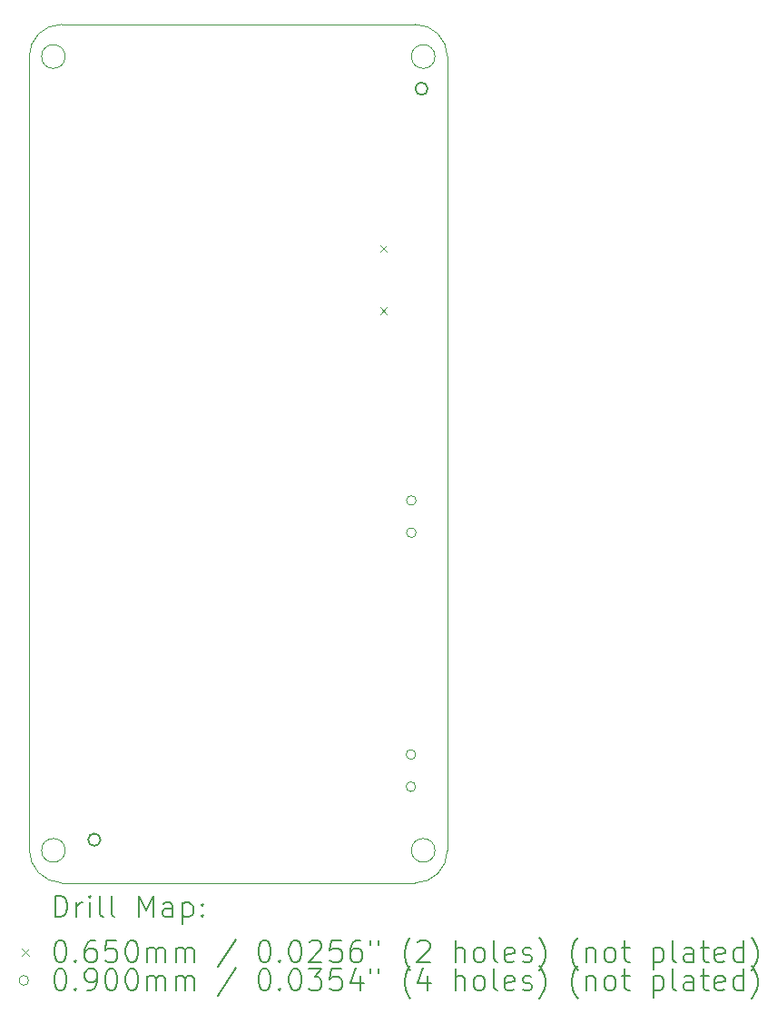
<source format=gbr>
%TF.GenerationSoftware,KiCad,Pcbnew,7.0.2-0*%
%TF.CreationDate,2023-12-01T11:24:23-06:00*%
%TF.ProjectId,Flight Computer,466c6967-6874-4204-936f-6d7075746572,1.1*%
%TF.SameCoordinates,Original*%
%TF.FileFunction,Drillmap*%
%TF.FilePolarity,Positive*%
%FSLAX45Y45*%
G04 Gerber Fmt 4.5, Leading zero omitted, Abs format (unit mm)*
G04 Created by KiCad (PCBNEW 7.0.2-0) date 2023-12-01 11:24:23*
%MOMM*%
%LPD*%
G01*
G04 APERTURE LIST*
%ADD10C,0.100000*%
%ADD11C,0.150000*%
%ADD12C,0.200000*%
%ADD13C,0.065000*%
%ADD14C,0.090000*%
G04 APERTURE END LIST*
D10*
X12300000Y-2153250D02*
G75*
G03*
X12000000Y-1853250I-300000J0D01*
G01*
X8735000Y-2153250D02*
G75*
G03*
X8735000Y-2153250I-110000J0D01*
G01*
X8700000Y-1853250D02*
G75*
G03*
X8400000Y-2153250I0J-300000D01*
G01*
D11*
X12116600Y-2453000D02*
G75*
G03*
X12116600Y-2453000I-57600J0D01*
G01*
D10*
X12000000Y-1853250D02*
X8700000Y-1853250D01*
X8735000Y-9550000D02*
G75*
G03*
X8735000Y-9550000I-110000J0D01*
G01*
X12185000Y-2153250D02*
G75*
G03*
X12185000Y-2153250I-110000J0D01*
G01*
X12000000Y-9853250D02*
G75*
G03*
X12300000Y-9553250I0J300000D01*
G01*
X8399765Y-9541118D02*
G75*
G03*
X8700000Y-9853250I312366J-2D01*
G01*
X12185000Y-9550000D02*
G75*
G03*
X12185000Y-9550000I-110000J0D01*
G01*
X8700000Y-9853250D02*
X12000000Y-9853250D01*
D11*
X9064600Y-9451000D02*
G75*
G03*
X9064600Y-9451000I-57600J0D01*
G01*
D10*
X12300000Y-9553250D02*
X12300000Y-2153250D01*
X8400000Y-2153250D02*
X8400000Y-9541118D01*
D12*
D13*
X11672500Y-3910500D02*
X11737500Y-3975500D01*
X11737500Y-3910500D02*
X11672500Y-3975500D01*
X11672500Y-4488500D02*
X11737500Y-4553500D01*
X11737500Y-4488500D02*
X11672500Y-4553500D01*
D14*
X12005000Y-8657000D02*
G75*
G03*
X12005000Y-8657000I-45000J0D01*
G01*
X12005000Y-8957000D02*
G75*
G03*
X12005000Y-8957000I-45000J0D01*
G01*
X12009000Y-6290000D02*
G75*
G03*
X12009000Y-6290000I-45000J0D01*
G01*
X12009000Y-6590000D02*
G75*
G03*
X12009000Y-6590000I-45000J0D01*
G01*
D12*
X8642383Y-10170774D02*
X8642383Y-9970774D01*
X8642383Y-9970774D02*
X8690002Y-9970774D01*
X8690002Y-9970774D02*
X8718574Y-9980298D01*
X8718574Y-9980298D02*
X8737622Y-9999345D01*
X8737622Y-9999345D02*
X8747145Y-10018393D01*
X8747145Y-10018393D02*
X8756669Y-10056488D01*
X8756669Y-10056488D02*
X8756669Y-10085060D01*
X8756669Y-10085060D02*
X8747145Y-10123155D01*
X8747145Y-10123155D02*
X8737622Y-10142202D01*
X8737622Y-10142202D02*
X8718574Y-10161250D01*
X8718574Y-10161250D02*
X8690002Y-10170774D01*
X8690002Y-10170774D02*
X8642383Y-10170774D01*
X8842383Y-10170774D02*
X8842383Y-10037440D01*
X8842383Y-10075536D02*
X8851907Y-10056488D01*
X8851907Y-10056488D02*
X8861431Y-10046964D01*
X8861431Y-10046964D02*
X8880479Y-10037440D01*
X8880479Y-10037440D02*
X8899526Y-10037440D01*
X8966193Y-10170774D02*
X8966193Y-10037440D01*
X8966193Y-9970774D02*
X8956669Y-9980298D01*
X8956669Y-9980298D02*
X8966193Y-9989821D01*
X8966193Y-9989821D02*
X8975717Y-9980298D01*
X8975717Y-9980298D02*
X8966193Y-9970774D01*
X8966193Y-9970774D02*
X8966193Y-9989821D01*
X9090002Y-10170774D02*
X9070955Y-10161250D01*
X9070955Y-10161250D02*
X9061431Y-10142202D01*
X9061431Y-10142202D02*
X9061431Y-9970774D01*
X9194764Y-10170774D02*
X9175717Y-10161250D01*
X9175717Y-10161250D02*
X9166193Y-10142202D01*
X9166193Y-10142202D02*
X9166193Y-9970774D01*
X9423336Y-10170774D02*
X9423336Y-9970774D01*
X9423336Y-9970774D02*
X9490003Y-10113631D01*
X9490003Y-10113631D02*
X9556669Y-9970774D01*
X9556669Y-9970774D02*
X9556669Y-10170774D01*
X9737622Y-10170774D02*
X9737622Y-10066012D01*
X9737622Y-10066012D02*
X9728098Y-10046964D01*
X9728098Y-10046964D02*
X9709050Y-10037440D01*
X9709050Y-10037440D02*
X9670955Y-10037440D01*
X9670955Y-10037440D02*
X9651907Y-10046964D01*
X9737622Y-10161250D02*
X9718574Y-10170774D01*
X9718574Y-10170774D02*
X9670955Y-10170774D01*
X9670955Y-10170774D02*
X9651907Y-10161250D01*
X9651907Y-10161250D02*
X9642383Y-10142202D01*
X9642383Y-10142202D02*
X9642383Y-10123155D01*
X9642383Y-10123155D02*
X9651907Y-10104107D01*
X9651907Y-10104107D02*
X9670955Y-10094583D01*
X9670955Y-10094583D02*
X9718574Y-10094583D01*
X9718574Y-10094583D02*
X9737622Y-10085060D01*
X9832860Y-10037440D02*
X9832860Y-10237440D01*
X9832860Y-10046964D02*
X9851907Y-10037440D01*
X9851907Y-10037440D02*
X9890003Y-10037440D01*
X9890003Y-10037440D02*
X9909050Y-10046964D01*
X9909050Y-10046964D02*
X9918574Y-10056488D01*
X9918574Y-10056488D02*
X9928098Y-10075536D01*
X9928098Y-10075536D02*
X9928098Y-10132679D01*
X9928098Y-10132679D02*
X9918574Y-10151726D01*
X9918574Y-10151726D02*
X9909050Y-10161250D01*
X9909050Y-10161250D02*
X9890003Y-10170774D01*
X9890003Y-10170774D02*
X9851907Y-10170774D01*
X9851907Y-10170774D02*
X9832860Y-10161250D01*
X10013812Y-10151726D02*
X10023336Y-10161250D01*
X10023336Y-10161250D02*
X10013812Y-10170774D01*
X10013812Y-10170774D02*
X10004288Y-10161250D01*
X10004288Y-10161250D02*
X10013812Y-10151726D01*
X10013812Y-10151726D02*
X10013812Y-10170774D01*
X10013812Y-10046964D02*
X10023336Y-10056488D01*
X10023336Y-10056488D02*
X10013812Y-10066012D01*
X10013812Y-10066012D02*
X10004288Y-10056488D01*
X10004288Y-10056488D02*
X10013812Y-10046964D01*
X10013812Y-10046964D02*
X10013812Y-10066012D01*
D13*
X8329764Y-10465750D02*
X8394764Y-10530750D01*
X8394764Y-10465750D02*
X8329764Y-10530750D01*
D12*
X8680479Y-10390774D02*
X8699526Y-10390774D01*
X8699526Y-10390774D02*
X8718574Y-10400298D01*
X8718574Y-10400298D02*
X8728098Y-10409821D01*
X8728098Y-10409821D02*
X8737622Y-10428869D01*
X8737622Y-10428869D02*
X8747145Y-10466964D01*
X8747145Y-10466964D02*
X8747145Y-10514583D01*
X8747145Y-10514583D02*
X8737622Y-10552679D01*
X8737622Y-10552679D02*
X8728098Y-10571726D01*
X8728098Y-10571726D02*
X8718574Y-10581250D01*
X8718574Y-10581250D02*
X8699526Y-10590774D01*
X8699526Y-10590774D02*
X8680479Y-10590774D01*
X8680479Y-10590774D02*
X8661431Y-10581250D01*
X8661431Y-10581250D02*
X8651907Y-10571726D01*
X8651907Y-10571726D02*
X8642383Y-10552679D01*
X8642383Y-10552679D02*
X8632860Y-10514583D01*
X8632860Y-10514583D02*
X8632860Y-10466964D01*
X8632860Y-10466964D02*
X8642383Y-10428869D01*
X8642383Y-10428869D02*
X8651907Y-10409821D01*
X8651907Y-10409821D02*
X8661431Y-10400298D01*
X8661431Y-10400298D02*
X8680479Y-10390774D01*
X8832860Y-10571726D02*
X8842383Y-10581250D01*
X8842383Y-10581250D02*
X8832860Y-10590774D01*
X8832860Y-10590774D02*
X8823336Y-10581250D01*
X8823336Y-10581250D02*
X8832860Y-10571726D01*
X8832860Y-10571726D02*
X8832860Y-10590774D01*
X9013812Y-10390774D02*
X8975717Y-10390774D01*
X8975717Y-10390774D02*
X8956669Y-10400298D01*
X8956669Y-10400298D02*
X8947145Y-10409821D01*
X8947145Y-10409821D02*
X8928098Y-10438393D01*
X8928098Y-10438393D02*
X8918574Y-10476488D01*
X8918574Y-10476488D02*
X8918574Y-10552679D01*
X8918574Y-10552679D02*
X8928098Y-10571726D01*
X8928098Y-10571726D02*
X8937622Y-10581250D01*
X8937622Y-10581250D02*
X8956669Y-10590774D01*
X8956669Y-10590774D02*
X8994764Y-10590774D01*
X8994764Y-10590774D02*
X9013812Y-10581250D01*
X9013812Y-10581250D02*
X9023336Y-10571726D01*
X9023336Y-10571726D02*
X9032860Y-10552679D01*
X9032860Y-10552679D02*
X9032860Y-10505060D01*
X9032860Y-10505060D02*
X9023336Y-10486012D01*
X9023336Y-10486012D02*
X9013812Y-10476488D01*
X9013812Y-10476488D02*
X8994764Y-10466964D01*
X8994764Y-10466964D02*
X8956669Y-10466964D01*
X8956669Y-10466964D02*
X8937622Y-10476488D01*
X8937622Y-10476488D02*
X8928098Y-10486012D01*
X8928098Y-10486012D02*
X8918574Y-10505060D01*
X9213812Y-10390774D02*
X9118574Y-10390774D01*
X9118574Y-10390774D02*
X9109050Y-10486012D01*
X9109050Y-10486012D02*
X9118574Y-10476488D01*
X9118574Y-10476488D02*
X9137622Y-10466964D01*
X9137622Y-10466964D02*
X9185241Y-10466964D01*
X9185241Y-10466964D02*
X9204288Y-10476488D01*
X9204288Y-10476488D02*
X9213812Y-10486012D01*
X9213812Y-10486012D02*
X9223336Y-10505060D01*
X9223336Y-10505060D02*
X9223336Y-10552679D01*
X9223336Y-10552679D02*
X9213812Y-10571726D01*
X9213812Y-10571726D02*
X9204288Y-10581250D01*
X9204288Y-10581250D02*
X9185241Y-10590774D01*
X9185241Y-10590774D02*
X9137622Y-10590774D01*
X9137622Y-10590774D02*
X9118574Y-10581250D01*
X9118574Y-10581250D02*
X9109050Y-10571726D01*
X9347145Y-10390774D02*
X9366193Y-10390774D01*
X9366193Y-10390774D02*
X9385241Y-10400298D01*
X9385241Y-10400298D02*
X9394764Y-10409821D01*
X9394764Y-10409821D02*
X9404288Y-10428869D01*
X9404288Y-10428869D02*
X9413812Y-10466964D01*
X9413812Y-10466964D02*
X9413812Y-10514583D01*
X9413812Y-10514583D02*
X9404288Y-10552679D01*
X9404288Y-10552679D02*
X9394764Y-10571726D01*
X9394764Y-10571726D02*
X9385241Y-10581250D01*
X9385241Y-10581250D02*
X9366193Y-10590774D01*
X9366193Y-10590774D02*
X9347145Y-10590774D01*
X9347145Y-10590774D02*
X9328098Y-10581250D01*
X9328098Y-10581250D02*
X9318574Y-10571726D01*
X9318574Y-10571726D02*
X9309050Y-10552679D01*
X9309050Y-10552679D02*
X9299526Y-10514583D01*
X9299526Y-10514583D02*
X9299526Y-10466964D01*
X9299526Y-10466964D02*
X9309050Y-10428869D01*
X9309050Y-10428869D02*
X9318574Y-10409821D01*
X9318574Y-10409821D02*
X9328098Y-10400298D01*
X9328098Y-10400298D02*
X9347145Y-10390774D01*
X9499526Y-10590774D02*
X9499526Y-10457440D01*
X9499526Y-10476488D02*
X9509050Y-10466964D01*
X9509050Y-10466964D02*
X9528098Y-10457440D01*
X9528098Y-10457440D02*
X9556669Y-10457440D01*
X9556669Y-10457440D02*
X9575717Y-10466964D01*
X9575717Y-10466964D02*
X9585241Y-10486012D01*
X9585241Y-10486012D02*
X9585241Y-10590774D01*
X9585241Y-10486012D02*
X9594764Y-10466964D01*
X9594764Y-10466964D02*
X9613812Y-10457440D01*
X9613812Y-10457440D02*
X9642383Y-10457440D01*
X9642383Y-10457440D02*
X9661431Y-10466964D01*
X9661431Y-10466964D02*
X9670955Y-10486012D01*
X9670955Y-10486012D02*
X9670955Y-10590774D01*
X9766193Y-10590774D02*
X9766193Y-10457440D01*
X9766193Y-10476488D02*
X9775717Y-10466964D01*
X9775717Y-10466964D02*
X9794764Y-10457440D01*
X9794764Y-10457440D02*
X9823336Y-10457440D01*
X9823336Y-10457440D02*
X9842384Y-10466964D01*
X9842384Y-10466964D02*
X9851907Y-10486012D01*
X9851907Y-10486012D02*
X9851907Y-10590774D01*
X9851907Y-10486012D02*
X9861431Y-10466964D01*
X9861431Y-10466964D02*
X9880479Y-10457440D01*
X9880479Y-10457440D02*
X9909050Y-10457440D01*
X9909050Y-10457440D02*
X9928098Y-10466964D01*
X9928098Y-10466964D02*
X9937622Y-10486012D01*
X9937622Y-10486012D02*
X9937622Y-10590774D01*
X10328098Y-10381250D02*
X10156669Y-10638393D01*
X10585241Y-10390774D02*
X10604288Y-10390774D01*
X10604288Y-10390774D02*
X10623336Y-10400298D01*
X10623336Y-10400298D02*
X10632860Y-10409821D01*
X10632860Y-10409821D02*
X10642384Y-10428869D01*
X10642384Y-10428869D02*
X10651907Y-10466964D01*
X10651907Y-10466964D02*
X10651907Y-10514583D01*
X10651907Y-10514583D02*
X10642384Y-10552679D01*
X10642384Y-10552679D02*
X10632860Y-10571726D01*
X10632860Y-10571726D02*
X10623336Y-10581250D01*
X10623336Y-10581250D02*
X10604288Y-10590774D01*
X10604288Y-10590774D02*
X10585241Y-10590774D01*
X10585241Y-10590774D02*
X10566193Y-10581250D01*
X10566193Y-10581250D02*
X10556669Y-10571726D01*
X10556669Y-10571726D02*
X10547146Y-10552679D01*
X10547146Y-10552679D02*
X10537622Y-10514583D01*
X10537622Y-10514583D02*
X10537622Y-10466964D01*
X10537622Y-10466964D02*
X10547146Y-10428869D01*
X10547146Y-10428869D02*
X10556669Y-10409821D01*
X10556669Y-10409821D02*
X10566193Y-10400298D01*
X10566193Y-10400298D02*
X10585241Y-10390774D01*
X10737622Y-10571726D02*
X10747146Y-10581250D01*
X10747146Y-10581250D02*
X10737622Y-10590774D01*
X10737622Y-10590774D02*
X10728098Y-10581250D01*
X10728098Y-10581250D02*
X10737622Y-10571726D01*
X10737622Y-10571726D02*
X10737622Y-10590774D01*
X10870955Y-10390774D02*
X10890003Y-10390774D01*
X10890003Y-10390774D02*
X10909050Y-10400298D01*
X10909050Y-10400298D02*
X10918574Y-10409821D01*
X10918574Y-10409821D02*
X10928098Y-10428869D01*
X10928098Y-10428869D02*
X10937622Y-10466964D01*
X10937622Y-10466964D02*
X10937622Y-10514583D01*
X10937622Y-10514583D02*
X10928098Y-10552679D01*
X10928098Y-10552679D02*
X10918574Y-10571726D01*
X10918574Y-10571726D02*
X10909050Y-10581250D01*
X10909050Y-10581250D02*
X10890003Y-10590774D01*
X10890003Y-10590774D02*
X10870955Y-10590774D01*
X10870955Y-10590774D02*
X10851907Y-10581250D01*
X10851907Y-10581250D02*
X10842384Y-10571726D01*
X10842384Y-10571726D02*
X10832860Y-10552679D01*
X10832860Y-10552679D02*
X10823336Y-10514583D01*
X10823336Y-10514583D02*
X10823336Y-10466964D01*
X10823336Y-10466964D02*
X10832860Y-10428869D01*
X10832860Y-10428869D02*
X10842384Y-10409821D01*
X10842384Y-10409821D02*
X10851907Y-10400298D01*
X10851907Y-10400298D02*
X10870955Y-10390774D01*
X11013812Y-10409821D02*
X11023336Y-10400298D01*
X11023336Y-10400298D02*
X11042384Y-10390774D01*
X11042384Y-10390774D02*
X11090003Y-10390774D01*
X11090003Y-10390774D02*
X11109050Y-10400298D01*
X11109050Y-10400298D02*
X11118574Y-10409821D01*
X11118574Y-10409821D02*
X11128098Y-10428869D01*
X11128098Y-10428869D02*
X11128098Y-10447917D01*
X11128098Y-10447917D02*
X11118574Y-10476488D01*
X11118574Y-10476488D02*
X11004288Y-10590774D01*
X11004288Y-10590774D02*
X11128098Y-10590774D01*
X11309050Y-10390774D02*
X11213812Y-10390774D01*
X11213812Y-10390774D02*
X11204288Y-10486012D01*
X11204288Y-10486012D02*
X11213812Y-10476488D01*
X11213812Y-10476488D02*
X11232860Y-10466964D01*
X11232860Y-10466964D02*
X11280479Y-10466964D01*
X11280479Y-10466964D02*
X11299526Y-10476488D01*
X11299526Y-10476488D02*
X11309050Y-10486012D01*
X11309050Y-10486012D02*
X11318574Y-10505060D01*
X11318574Y-10505060D02*
X11318574Y-10552679D01*
X11318574Y-10552679D02*
X11309050Y-10571726D01*
X11309050Y-10571726D02*
X11299526Y-10581250D01*
X11299526Y-10581250D02*
X11280479Y-10590774D01*
X11280479Y-10590774D02*
X11232860Y-10590774D01*
X11232860Y-10590774D02*
X11213812Y-10581250D01*
X11213812Y-10581250D02*
X11204288Y-10571726D01*
X11490003Y-10390774D02*
X11451907Y-10390774D01*
X11451907Y-10390774D02*
X11432860Y-10400298D01*
X11432860Y-10400298D02*
X11423336Y-10409821D01*
X11423336Y-10409821D02*
X11404288Y-10438393D01*
X11404288Y-10438393D02*
X11394765Y-10476488D01*
X11394765Y-10476488D02*
X11394765Y-10552679D01*
X11394765Y-10552679D02*
X11404288Y-10571726D01*
X11404288Y-10571726D02*
X11413812Y-10581250D01*
X11413812Y-10581250D02*
X11432860Y-10590774D01*
X11432860Y-10590774D02*
X11470955Y-10590774D01*
X11470955Y-10590774D02*
X11490003Y-10581250D01*
X11490003Y-10581250D02*
X11499526Y-10571726D01*
X11499526Y-10571726D02*
X11509050Y-10552679D01*
X11509050Y-10552679D02*
X11509050Y-10505060D01*
X11509050Y-10505060D02*
X11499526Y-10486012D01*
X11499526Y-10486012D02*
X11490003Y-10476488D01*
X11490003Y-10476488D02*
X11470955Y-10466964D01*
X11470955Y-10466964D02*
X11432860Y-10466964D01*
X11432860Y-10466964D02*
X11413812Y-10476488D01*
X11413812Y-10476488D02*
X11404288Y-10486012D01*
X11404288Y-10486012D02*
X11394765Y-10505060D01*
X11585241Y-10390774D02*
X11585241Y-10428869D01*
X11661431Y-10390774D02*
X11661431Y-10428869D01*
X11956669Y-10666964D02*
X11947146Y-10657440D01*
X11947146Y-10657440D02*
X11928098Y-10628869D01*
X11928098Y-10628869D02*
X11918574Y-10609821D01*
X11918574Y-10609821D02*
X11909050Y-10581250D01*
X11909050Y-10581250D02*
X11899527Y-10533631D01*
X11899527Y-10533631D02*
X11899527Y-10495536D01*
X11899527Y-10495536D02*
X11909050Y-10447917D01*
X11909050Y-10447917D02*
X11918574Y-10419345D01*
X11918574Y-10419345D02*
X11928098Y-10400298D01*
X11928098Y-10400298D02*
X11947146Y-10371726D01*
X11947146Y-10371726D02*
X11956669Y-10362202D01*
X12023336Y-10409821D02*
X12032860Y-10400298D01*
X12032860Y-10400298D02*
X12051907Y-10390774D01*
X12051907Y-10390774D02*
X12099527Y-10390774D01*
X12099527Y-10390774D02*
X12118574Y-10400298D01*
X12118574Y-10400298D02*
X12128098Y-10409821D01*
X12128098Y-10409821D02*
X12137622Y-10428869D01*
X12137622Y-10428869D02*
X12137622Y-10447917D01*
X12137622Y-10447917D02*
X12128098Y-10476488D01*
X12128098Y-10476488D02*
X12013812Y-10590774D01*
X12013812Y-10590774D02*
X12137622Y-10590774D01*
X12375717Y-10590774D02*
X12375717Y-10390774D01*
X12461431Y-10590774D02*
X12461431Y-10486012D01*
X12461431Y-10486012D02*
X12451908Y-10466964D01*
X12451908Y-10466964D02*
X12432860Y-10457440D01*
X12432860Y-10457440D02*
X12404288Y-10457440D01*
X12404288Y-10457440D02*
X12385241Y-10466964D01*
X12385241Y-10466964D02*
X12375717Y-10476488D01*
X12585241Y-10590774D02*
X12566193Y-10581250D01*
X12566193Y-10581250D02*
X12556669Y-10571726D01*
X12556669Y-10571726D02*
X12547146Y-10552679D01*
X12547146Y-10552679D02*
X12547146Y-10495536D01*
X12547146Y-10495536D02*
X12556669Y-10476488D01*
X12556669Y-10476488D02*
X12566193Y-10466964D01*
X12566193Y-10466964D02*
X12585241Y-10457440D01*
X12585241Y-10457440D02*
X12613812Y-10457440D01*
X12613812Y-10457440D02*
X12632860Y-10466964D01*
X12632860Y-10466964D02*
X12642384Y-10476488D01*
X12642384Y-10476488D02*
X12651908Y-10495536D01*
X12651908Y-10495536D02*
X12651908Y-10552679D01*
X12651908Y-10552679D02*
X12642384Y-10571726D01*
X12642384Y-10571726D02*
X12632860Y-10581250D01*
X12632860Y-10581250D02*
X12613812Y-10590774D01*
X12613812Y-10590774D02*
X12585241Y-10590774D01*
X12766193Y-10590774D02*
X12747146Y-10581250D01*
X12747146Y-10581250D02*
X12737622Y-10562202D01*
X12737622Y-10562202D02*
X12737622Y-10390774D01*
X12918574Y-10581250D02*
X12899527Y-10590774D01*
X12899527Y-10590774D02*
X12861431Y-10590774D01*
X12861431Y-10590774D02*
X12842384Y-10581250D01*
X12842384Y-10581250D02*
X12832860Y-10562202D01*
X12832860Y-10562202D02*
X12832860Y-10486012D01*
X12832860Y-10486012D02*
X12842384Y-10466964D01*
X12842384Y-10466964D02*
X12861431Y-10457440D01*
X12861431Y-10457440D02*
X12899527Y-10457440D01*
X12899527Y-10457440D02*
X12918574Y-10466964D01*
X12918574Y-10466964D02*
X12928098Y-10486012D01*
X12928098Y-10486012D02*
X12928098Y-10505060D01*
X12928098Y-10505060D02*
X12832860Y-10524107D01*
X13004289Y-10581250D02*
X13023336Y-10590774D01*
X13023336Y-10590774D02*
X13061431Y-10590774D01*
X13061431Y-10590774D02*
X13080479Y-10581250D01*
X13080479Y-10581250D02*
X13090003Y-10562202D01*
X13090003Y-10562202D02*
X13090003Y-10552679D01*
X13090003Y-10552679D02*
X13080479Y-10533631D01*
X13080479Y-10533631D02*
X13061431Y-10524107D01*
X13061431Y-10524107D02*
X13032860Y-10524107D01*
X13032860Y-10524107D02*
X13013812Y-10514583D01*
X13013812Y-10514583D02*
X13004289Y-10495536D01*
X13004289Y-10495536D02*
X13004289Y-10486012D01*
X13004289Y-10486012D02*
X13013812Y-10466964D01*
X13013812Y-10466964D02*
X13032860Y-10457440D01*
X13032860Y-10457440D02*
X13061431Y-10457440D01*
X13061431Y-10457440D02*
X13080479Y-10466964D01*
X13156670Y-10666964D02*
X13166193Y-10657440D01*
X13166193Y-10657440D02*
X13185241Y-10628869D01*
X13185241Y-10628869D02*
X13194765Y-10609821D01*
X13194765Y-10609821D02*
X13204289Y-10581250D01*
X13204289Y-10581250D02*
X13213812Y-10533631D01*
X13213812Y-10533631D02*
X13213812Y-10495536D01*
X13213812Y-10495536D02*
X13204289Y-10447917D01*
X13204289Y-10447917D02*
X13194765Y-10419345D01*
X13194765Y-10419345D02*
X13185241Y-10400298D01*
X13185241Y-10400298D02*
X13166193Y-10371726D01*
X13166193Y-10371726D02*
X13156670Y-10362202D01*
X13518574Y-10666964D02*
X13509050Y-10657440D01*
X13509050Y-10657440D02*
X13490003Y-10628869D01*
X13490003Y-10628869D02*
X13480479Y-10609821D01*
X13480479Y-10609821D02*
X13470955Y-10581250D01*
X13470955Y-10581250D02*
X13461431Y-10533631D01*
X13461431Y-10533631D02*
X13461431Y-10495536D01*
X13461431Y-10495536D02*
X13470955Y-10447917D01*
X13470955Y-10447917D02*
X13480479Y-10419345D01*
X13480479Y-10419345D02*
X13490003Y-10400298D01*
X13490003Y-10400298D02*
X13509050Y-10371726D01*
X13509050Y-10371726D02*
X13518574Y-10362202D01*
X13594765Y-10457440D02*
X13594765Y-10590774D01*
X13594765Y-10476488D02*
X13604289Y-10466964D01*
X13604289Y-10466964D02*
X13623336Y-10457440D01*
X13623336Y-10457440D02*
X13651908Y-10457440D01*
X13651908Y-10457440D02*
X13670955Y-10466964D01*
X13670955Y-10466964D02*
X13680479Y-10486012D01*
X13680479Y-10486012D02*
X13680479Y-10590774D01*
X13804289Y-10590774D02*
X13785241Y-10581250D01*
X13785241Y-10581250D02*
X13775717Y-10571726D01*
X13775717Y-10571726D02*
X13766193Y-10552679D01*
X13766193Y-10552679D02*
X13766193Y-10495536D01*
X13766193Y-10495536D02*
X13775717Y-10476488D01*
X13775717Y-10476488D02*
X13785241Y-10466964D01*
X13785241Y-10466964D02*
X13804289Y-10457440D01*
X13804289Y-10457440D02*
X13832860Y-10457440D01*
X13832860Y-10457440D02*
X13851908Y-10466964D01*
X13851908Y-10466964D02*
X13861431Y-10476488D01*
X13861431Y-10476488D02*
X13870955Y-10495536D01*
X13870955Y-10495536D02*
X13870955Y-10552679D01*
X13870955Y-10552679D02*
X13861431Y-10571726D01*
X13861431Y-10571726D02*
X13851908Y-10581250D01*
X13851908Y-10581250D02*
X13832860Y-10590774D01*
X13832860Y-10590774D02*
X13804289Y-10590774D01*
X13928098Y-10457440D02*
X14004289Y-10457440D01*
X13956670Y-10390774D02*
X13956670Y-10562202D01*
X13956670Y-10562202D02*
X13966193Y-10581250D01*
X13966193Y-10581250D02*
X13985241Y-10590774D01*
X13985241Y-10590774D02*
X14004289Y-10590774D01*
X14223336Y-10457440D02*
X14223336Y-10657440D01*
X14223336Y-10466964D02*
X14242384Y-10457440D01*
X14242384Y-10457440D02*
X14280479Y-10457440D01*
X14280479Y-10457440D02*
X14299527Y-10466964D01*
X14299527Y-10466964D02*
X14309051Y-10476488D01*
X14309051Y-10476488D02*
X14318574Y-10495536D01*
X14318574Y-10495536D02*
X14318574Y-10552679D01*
X14318574Y-10552679D02*
X14309051Y-10571726D01*
X14309051Y-10571726D02*
X14299527Y-10581250D01*
X14299527Y-10581250D02*
X14280479Y-10590774D01*
X14280479Y-10590774D02*
X14242384Y-10590774D01*
X14242384Y-10590774D02*
X14223336Y-10581250D01*
X14432860Y-10590774D02*
X14413812Y-10581250D01*
X14413812Y-10581250D02*
X14404289Y-10562202D01*
X14404289Y-10562202D02*
X14404289Y-10390774D01*
X14594765Y-10590774D02*
X14594765Y-10486012D01*
X14594765Y-10486012D02*
X14585241Y-10466964D01*
X14585241Y-10466964D02*
X14566193Y-10457440D01*
X14566193Y-10457440D02*
X14528098Y-10457440D01*
X14528098Y-10457440D02*
X14509051Y-10466964D01*
X14594765Y-10581250D02*
X14575717Y-10590774D01*
X14575717Y-10590774D02*
X14528098Y-10590774D01*
X14528098Y-10590774D02*
X14509051Y-10581250D01*
X14509051Y-10581250D02*
X14499527Y-10562202D01*
X14499527Y-10562202D02*
X14499527Y-10543155D01*
X14499527Y-10543155D02*
X14509051Y-10524107D01*
X14509051Y-10524107D02*
X14528098Y-10514583D01*
X14528098Y-10514583D02*
X14575717Y-10514583D01*
X14575717Y-10514583D02*
X14594765Y-10505060D01*
X14661432Y-10457440D02*
X14737622Y-10457440D01*
X14690003Y-10390774D02*
X14690003Y-10562202D01*
X14690003Y-10562202D02*
X14699527Y-10581250D01*
X14699527Y-10581250D02*
X14718574Y-10590774D01*
X14718574Y-10590774D02*
X14737622Y-10590774D01*
X14880479Y-10581250D02*
X14861432Y-10590774D01*
X14861432Y-10590774D02*
X14823336Y-10590774D01*
X14823336Y-10590774D02*
X14804289Y-10581250D01*
X14804289Y-10581250D02*
X14794765Y-10562202D01*
X14794765Y-10562202D02*
X14794765Y-10486012D01*
X14794765Y-10486012D02*
X14804289Y-10466964D01*
X14804289Y-10466964D02*
X14823336Y-10457440D01*
X14823336Y-10457440D02*
X14861432Y-10457440D01*
X14861432Y-10457440D02*
X14880479Y-10466964D01*
X14880479Y-10466964D02*
X14890003Y-10486012D01*
X14890003Y-10486012D02*
X14890003Y-10505060D01*
X14890003Y-10505060D02*
X14794765Y-10524107D01*
X15061432Y-10590774D02*
X15061432Y-10390774D01*
X15061432Y-10581250D02*
X15042384Y-10590774D01*
X15042384Y-10590774D02*
X15004289Y-10590774D01*
X15004289Y-10590774D02*
X14985241Y-10581250D01*
X14985241Y-10581250D02*
X14975717Y-10571726D01*
X14975717Y-10571726D02*
X14966193Y-10552679D01*
X14966193Y-10552679D02*
X14966193Y-10495536D01*
X14966193Y-10495536D02*
X14975717Y-10476488D01*
X14975717Y-10476488D02*
X14985241Y-10466964D01*
X14985241Y-10466964D02*
X15004289Y-10457440D01*
X15004289Y-10457440D02*
X15042384Y-10457440D01*
X15042384Y-10457440D02*
X15061432Y-10466964D01*
X15137622Y-10666964D02*
X15147146Y-10657440D01*
X15147146Y-10657440D02*
X15166193Y-10628869D01*
X15166193Y-10628869D02*
X15175717Y-10609821D01*
X15175717Y-10609821D02*
X15185241Y-10581250D01*
X15185241Y-10581250D02*
X15194765Y-10533631D01*
X15194765Y-10533631D02*
X15194765Y-10495536D01*
X15194765Y-10495536D02*
X15185241Y-10447917D01*
X15185241Y-10447917D02*
X15175717Y-10419345D01*
X15175717Y-10419345D02*
X15166193Y-10400298D01*
X15166193Y-10400298D02*
X15147146Y-10371726D01*
X15147146Y-10371726D02*
X15137622Y-10362202D01*
D14*
X8394764Y-10762250D02*
G75*
G03*
X8394764Y-10762250I-45000J0D01*
G01*
D12*
X8680479Y-10654774D02*
X8699526Y-10654774D01*
X8699526Y-10654774D02*
X8718574Y-10664298D01*
X8718574Y-10664298D02*
X8728098Y-10673821D01*
X8728098Y-10673821D02*
X8737622Y-10692869D01*
X8737622Y-10692869D02*
X8747145Y-10730964D01*
X8747145Y-10730964D02*
X8747145Y-10778583D01*
X8747145Y-10778583D02*
X8737622Y-10816679D01*
X8737622Y-10816679D02*
X8728098Y-10835726D01*
X8728098Y-10835726D02*
X8718574Y-10845250D01*
X8718574Y-10845250D02*
X8699526Y-10854774D01*
X8699526Y-10854774D02*
X8680479Y-10854774D01*
X8680479Y-10854774D02*
X8661431Y-10845250D01*
X8661431Y-10845250D02*
X8651907Y-10835726D01*
X8651907Y-10835726D02*
X8642383Y-10816679D01*
X8642383Y-10816679D02*
X8632860Y-10778583D01*
X8632860Y-10778583D02*
X8632860Y-10730964D01*
X8632860Y-10730964D02*
X8642383Y-10692869D01*
X8642383Y-10692869D02*
X8651907Y-10673821D01*
X8651907Y-10673821D02*
X8661431Y-10664298D01*
X8661431Y-10664298D02*
X8680479Y-10654774D01*
X8832860Y-10835726D02*
X8842383Y-10845250D01*
X8842383Y-10845250D02*
X8832860Y-10854774D01*
X8832860Y-10854774D02*
X8823336Y-10845250D01*
X8823336Y-10845250D02*
X8832860Y-10835726D01*
X8832860Y-10835726D02*
X8832860Y-10854774D01*
X8937622Y-10854774D02*
X8975717Y-10854774D01*
X8975717Y-10854774D02*
X8994764Y-10845250D01*
X8994764Y-10845250D02*
X9004288Y-10835726D01*
X9004288Y-10835726D02*
X9023336Y-10807155D01*
X9023336Y-10807155D02*
X9032860Y-10769060D01*
X9032860Y-10769060D02*
X9032860Y-10692869D01*
X9032860Y-10692869D02*
X9023336Y-10673821D01*
X9023336Y-10673821D02*
X9013812Y-10664298D01*
X9013812Y-10664298D02*
X8994764Y-10654774D01*
X8994764Y-10654774D02*
X8956669Y-10654774D01*
X8956669Y-10654774D02*
X8937622Y-10664298D01*
X8937622Y-10664298D02*
X8928098Y-10673821D01*
X8928098Y-10673821D02*
X8918574Y-10692869D01*
X8918574Y-10692869D02*
X8918574Y-10740488D01*
X8918574Y-10740488D02*
X8928098Y-10759536D01*
X8928098Y-10759536D02*
X8937622Y-10769060D01*
X8937622Y-10769060D02*
X8956669Y-10778583D01*
X8956669Y-10778583D02*
X8994764Y-10778583D01*
X8994764Y-10778583D02*
X9013812Y-10769060D01*
X9013812Y-10769060D02*
X9023336Y-10759536D01*
X9023336Y-10759536D02*
X9032860Y-10740488D01*
X9156669Y-10654774D02*
X9175717Y-10654774D01*
X9175717Y-10654774D02*
X9194764Y-10664298D01*
X9194764Y-10664298D02*
X9204288Y-10673821D01*
X9204288Y-10673821D02*
X9213812Y-10692869D01*
X9213812Y-10692869D02*
X9223336Y-10730964D01*
X9223336Y-10730964D02*
X9223336Y-10778583D01*
X9223336Y-10778583D02*
X9213812Y-10816679D01*
X9213812Y-10816679D02*
X9204288Y-10835726D01*
X9204288Y-10835726D02*
X9194764Y-10845250D01*
X9194764Y-10845250D02*
X9175717Y-10854774D01*
X9175717Y-10854774D02*
X9156669Y-10854774D01*
X9156669Y-10854774D02*
X9137622Y-10845250D01*
X9137622Y-10845250D02*
X9128098Y-10835726D01*
X9128098Y-10835726D02*
X9118574Y-10816679D01*
X9118574Y-10816679D02*
X9109050Y-10778583D01*
X9109050Y-10778583D02*
X9109050Y-10730964D01*
X9109050Y-10730964D02*
X9118574Y-10692869D01*
X9118574Y-10692869D02*
X9128098Y-10673821D01*
X9128098Y-10673821D02*
X9137622Y-10664298D01*
X9137622Y-10664298D02*
X9156669Y-10654774D01*
X9347145Y-10654774D02*
X9366193Y-10654774D01*
X9366193Y-10654774D02*
X9385241Y-10664298D01*
X9385241Y-10664298D02*
X9394764Y-10673821D01*
X9394764Y-10673821D02*
X9404288Y-10692869D01*
X9404288Y-10692869D02*
X9413812Y-10730964D01*
X9413812Y-10730964D02*
X9413812Y-10778583D01*
X9413812Y-10778583D02*
X9404288Y-10816679D01*
X9404288Y-10816679D02*
X9394764Y-10835726D01*
X9394764Y-10835726D02*
X9385241Y-10845250D01*
X9385241Y-10845250D02*
X9366193Y-10854774D01*
X9366193Y-10854774D02*
X9347145Y-10854774D01*
X9347145Y-10854774D02*
X9328098Y-10845250D01*
X9328098Y-10845250D02*
X9318574Y-10835726D01*
X9318574Y-10835726D02*
X9309050Y-10816679D01*
X9309050Y-10816679D02*
X9299526Y-10778583D01*
X9299526Y-10778583D02*
X9299526Y-10730964D01*
X9299526Y-10730964D02*
X9309050Y-10692869D01*
X9309050Y-10692869D02*
X9318574Y-10673821D01*
X9318574Y-10673821D02*
X9328098Y-10664298D01*
X9328098Y-10664298D02*
X9347145Y-10654774D01*
X9499526Y-10854774D02*
X9499526Y-10721440D01*
X9499526Y-10740488D02*
X9509050Y-10730964D01*
X9509050Y-10730964D02*
X9528098Y-10721440D01*
X9528098Y-10721440D02*
X9556669Y-10721440D01*
X9556669Y-10721440D02*
X9575717Y-10730964D01*
X9575717Y-10730964D02*
X9585241Y-10750012D01*
X9585241Y-10750012D02*
X9585241Y-10854774D01*
X9585241Y-10750012D02*
X9594764Y-10730964D01*
X9594764Y-10730964D02*
X9613812Y-10721440D01*
X9613812Y-10721440D02*
X9642383Y-10721440D01*
X9642383Y-10721440D02*
X9661431Y-10730964D01*
X9661431Y-10730964D02*
X9670955Y-10750012D01*
X9670955Y-10750012D02*
X9670955Y-10854774D01*
X9766193Y-10854774D02*
X9766193Y-10721440D01*
X9766193Y-10740488D02*
X9775717Y-10730964D01*
X9775717Y-10730964D02*
X9794764Y-10721440D01*
X9794764Y-10721440D02*
X9823336Y-10721440D01*
X9823336Y-10721440D02*
X9842384Y-10730964D01*
X9842384Y-10730964D02*
X9851907Y-10750012D01*
X9851907Y-10750012D02*
X9851907Y-10854774D01*
X9851907Y-10750012D02*
X9861431Y-10730964D01*
X9861431Y-10730964D02*
X9880479Y-10721440D01*
X9880479Y-10721440D02*
X9909050Y-10721440D01*
X9909050Y-10721440D02*
X9928098Y-10730964D01*
X9928098Y-10730964D02*
X9937622Y-10750012D01*
X9937622Y-10750012D02*
X9937622Y-10854774D01*
X10328098Y-10645250D02*
X10156669Y-10902393D01*
X10585241Y-10654774D02*
X10604288Y-10654774D01*
X10604288Y-10654774D02*
X10623336Y-10664298D01*
X10623336Y-10664298D02*
X10632860Y-10673821D01*
X10632860Y-10673821D02*
X10642384Y-10692869D01*
X10642384Y-10692869D02*
X10651907Y-10730964D01*
X10651907Y-10730964D02*
X10651907Y-10778583D01*
X10651907Y-10778583D02*
X10642384Y-10816679D01*
X10642384Y-10816679D02*
X10632860Y-10835726D01*
X10632860Y-10835726D02*
X10623336Y-10845250D01*
X10623336Y-10845250D02*
X10604288Y-10854774D01*
X10604288Y-10854774D02*
X10585241Y-10854774D01*
X10585241Y-10854774D02*
X10566193Y-10845250D01*
X10566193Y-10845250D02*
X10556669Y-10835726D01*
X10556669Y-10835726D02*
X10547146Y-10816679D01*
X10547146Y-10816679D02*
X10537622Y-10778583D01*
X10537622Y-10778583D02*
X10537622Y-10730964D01*
X10537622Y-10730964D02*
X10547146Y-10692869D01*
X10547146Y-10692869D02*
X10556669Y-10673821D01*
X10556669Y-10673821D02*
X10566193Y-10664298D01*
X10566193Y-10664298D02*
X10585241Y-10654774D01*
X10737622Y-10835726D02*
X10747146Y-10845250D01*
X10747146Y-10845250D02*
X10737622Y-10854774D01*
X10737622Y-10854774D02*
X10728098Y-10845250D01*
X10728098Y-10845250D02*
X10737622Y-10835726D01*
X10737622Y-10835726D02*
X10737622Y-10854774D01*
X10870955Y-10654774D02*
X10890003Y-10654774D01*
X10890003Y-10654774D02*
X10909050Y-10664298D01*
X10909050Y-10664298D02*
X10918574Y-10673821D01*
X10918574Y-10673821D02*
X10928098Y-10692869D01*
X10928098Y-10692869D02*
X10937622Y-10730964D01*
X10937622Y-10730964D02*
X10937622Y-10778583D01*
X10937622Y-10778583D02*
X10928098Y-10816679D01*
X10928098Y-10816679D02*
X10918574Y-10835726D01*
X10918574Y-10835726D02*
X10909050Y-10845250D01*
X10909050Y-10845250D02*
X10890003Y-10854774D01*
X10890003Y-10854774D02*
X10870955Y-10854774D01*
X10870955Y-10854774D02*
X10851907Y-10845250D01*
X10851907Y-10845250D02*
X10842384Y-10835726D01*
X10842384Y-10835726D02*
X10832860Y-10816679D01*
X10832860Y-10816679D02*
X10823336Y-10778583D01*
X10823336Y-10778583D02*
X10823336Y-10730964D01*
X10823336Y-10730964D02*
X10832860Y-10692869D01*
X10832860Y-10692869D02*
X10842384Y-10673821D01*
X10842384Y-10673821D02*
X10851907Y-10664298D01*
X10851907Y-10664298D02*
X10870955Y-10654774D01*
X11004288Y-10654774D02*
X11128098Y-10654774D01*
X11128098Y-10654774D02*
X11061431Y-10730964D01*
X11061431Y-10730964D02*
X11090003Y-10730964D01*
X11090003Y-10730964D02*
X11109050Y-10740488D01*
X11109050Y-10740488D02*
X11118574Y-10750012D01*
X11118574Y-10750012D02*
X11128098Y-10769060D01*
X11128098Y-10769060D02*
X11128098Y-10816679D01*
X11128098Y-10816679D02*
X11118574Y-10835726D01*
X11118574Y-10835726D02*
X11109050Y-10845250D01*
X11109050Y-10845250D02*
X11090003Y-10854774D01*
X11090003Y-10854774D02*
X11032860Y-10854774D01*
X11032860Y-10854774D02*
X11013812Y-10845250D01*
X11013812Y-10845250D02*
X11004288Y-10835726D01*
X11309050Y-10654774D02*
X11213812Y-10654774D01*
X11213812Y-10654774D02*
X11204288Y-10750012D01*
X11204288Y-10750012D02*
X11213812Y-10740488D01*
X11213812Y-10740488D02*
X11232860Y-10730964D01*
X11232860Y-10730964D02*
X11280479Y-10730964D01*
X11280479Y-10730964D02*
X11299526Y-10740488D01*
X11299526Y-10740488D02*
X11309050Y-10750012D01*
X11309050Y-10750012D02*
X11318574Y-10769060D01*
X11318574Y-10769060D02*
X11318574Y-10816679D01*
X11318574Y-10816679D02*
X11309050Y-10835726D01*
X11309050Y-10835726D02*
X11299526Y-10845250D01*
X11299526Y-10845250D02*
X11280479Y-10854774D01*
X11280479Y-10854774D02*
X11232860Y-10854774D01*
X11232860Y-10854774D02*
X11213812Y-10845250D01*
X11213812Y-10845250D02*
X11204288Y-10835726D01*
X11490003Y-10721440D02*
X11490003Y-10854774D01*
X11442384Y-10645250D02*
X11394765Y-10788107D01*
X11394765Y-10788107D02*
X11518574Y-10788107D01*
X11585241Y-10654774D02*
X11585241Y-10692869D01*
X11661431Y-10654774D02*
X11661431Y-10692869D01*
X11956669Y-10930964D02*
X11947146Y-10921440D01*
X11947146Y-10921440D02*
X11928098Y-10892869D01*
X11928098Y-10892869D02*
X11918574Y-10873821D01*
X11918574Y-10873821D02*
X11909050Y-10845250D01*
X11909050Y-10845250D02*
X11899527Y-10797631D01*
X11899527Y-10797631D02*
X11899527Y-10759536D01*
X11899527Y-10759536D02*
X11909050Y-10711917D01*
X11909050Y-10711917D02*
X11918574Y-10683345D01*
X11918574Y-10683345D02*
X11928098Y-10664298D01*
X11928098Y-10664298D02*
X11947146Y-10635726D01*
X11947146Y-10635726D02*
X11956669Y-10626202D01*
X12118574Y-10721440D02*
X12118574Y-10854774D01*
X12070955Y-10645250D02*
X12023336Y-10788107D01*
X12023336Y-10788107D02*
X12147146Y-10788107D01*
X12375717Y-10854774D02*
X12375717Y-10654774D01*
X12461431Y-10854774D02*
X12461431Y-10750012D01*
X12461431Y-10750012D02*
X12451908Y-10730964D01*
X12451908Y-10730964D02*
X12432860Y-10721440D01*
X12432860Y-10721440D02*
X12404288Y-10721440D01*
X12404288Y-10721440D02*
X12385241Y-10730964D01*
X12385241Y-10730964D02*
X12375717Y-10740488D01*
X12585241Y-10854774D02*
X12566193Y-10845250D01*
X12566193Y-10845250D02*
X12556669Y-10835726D01*
X12556669Y-10835726D02*
X12547146Y-10816679D01*
X12547146Y-10816679D02*
X12547146Y-10759536D01*
X12547146Y-10759536D02*
X12556669Y-10740488D01*
X12556669Y-10740488D02*
X12566193Y-10730964D01*
X12566193Y-10730964D02*
X12585241Y-10721440D01*
X12585241Y-10721440D02*
X12613812Y-10721440D01*
X12613812Y-10721440D02*
X12632860Y-10730964D01*
X12632860Y-10730964D02*
X12642384Y-10740488D01*
X12642384Y-10740488D02*
X12651908Y-10759536D01*
X12651908Y-10759536D02*
X12651908Y-10816679D01*
X12651908Y-10816679D02*
X12642384Y-10835726D01*
X12642384Y-10835726D02*
X12632860Y-10845250D01*
X12632860Y-10845250D02*
X12613812Y-10854774D01*
X12613812Y-10854774D02*
X12585241Y-10854774D01*
X12766193Y-10854774D02*
X12747146Y-10845250D01*
X12747146Y-10845250D02*
X12737622Y-10826202D01*
X12737622Y-10826202D02*
X12737622Y-10654774D01*
X12918574Y-10845250D02*
X12899527Y-10854774D01*
X12899527Y-10854774D02*
X12861431Y-10854774D01*
X12861431Y-10854774D02*
X12842384Y-10845250D01*
X12842384Y-10845250D02*
X12832860Y-10826202D01*
X12832860Y-10826202D02*
X12832860Y-10750012D01*
X12832860Y-10750012D02*
X12842384Y-10730964D01*
X12842384Y-10730964D02*
X12861431Y-10721440D01*
X12861431Y-10721440D02*
X12899527Y-10721440D01*
X12899527Y-10721440D02*
X12918574Y-10730964D01*
X12918574Y-10730964D02*
X12928098Y-10750012D01*
X12928098Y-10750012D02*
X12928098Y-10769060D01*
X12928098Y-10769060D02*
X12832860Y-10788107D01*
X13004289Y-10845250D02*
X13023336Y-10854774D01*
X13023336Y-10854774D02*
X13061431Y-10854774D01*
X13061431Y-10854774D02*
X13080479Y-10845250D01*
X13080479Y-10845250D02*
X13090003Y-10826202D01*
X13090003Y-10826202D02*
X13090003Y-10816679D01*
X13090003Y-10816679D02*
X13080479Y-10797631D01*
X13080479Y-10797631D02*
X13061431Y-10788107D01*
X13061431Y-10788107D02*
X13032860Y-10788107D01*
X13032860Y-10788107D02*
X13013812Y-10778583D01*
X13013812Y-10778583D02*
X13004289Y-10759536D01*
X13004289Y-10759536D02*
X13004289Y-10750012D01*
X13004289Y-10750012D02*
X13013812Y-10730964D01*
X13013812Y-10730964D02*
X13032860Y-10721440D01*
X13032860Y-10721440D02*
X13061431Y-10721440D01*
X13061431Y-10721440D02*
X13080479Y-10730964D01*
X13156670Y-10930964D02*
X13166193Y-10921440D01*
X13166193Y-10921440D02*
X13185241Y-10892869D01*
X13185241Y-10892869D02*
X13194765Y-10873821D01*
X13194765Y-10873821D02*
X13204289Y-10845250D01*
X13204289Y-10845250D02*
X13213812Y-10797631D01*
X13213812Y-10797631D02*
X13213812Y-10759536D01*
X13213812Y-10759536D02*
X13204289Y-10711917D01*
X13204289Y-10711917D02*
X13194765Y-10683345D01*
X13194765Y-10683345D02*
X13185241Y-10664298D01*
X13185241Y-10664298D02*
X13166193Y-10635726D01*
X13166193Y-10635726D02*
X13156670Y-10626202D01*
X13518574Y-10930964D02*
X13509050Y-10921440D01*
X13509050Y-10921440D02*
X13490003Y-10892869D01*
X13490003Y-10892869D02*
X13480479Y-10873821D01*
X13480479Y-10873821D02*
X13470955Y-10845250D01*
X13470955Y-10845250D02*
X13461431Y-10797631D01*
X13461431Y-10797631D02*
X13461431Y-10759536D01*
X13461431Y-10759536D02*
X13470955Y-10711917D01*
X13470955Y-10711917D02*
X13480479Y-10683345D01*
X13480479Y-10683345D02*
X13490003Y-10664298D01*
X13490003Y-10664298D02*
X13509050Y-10635726D01*
X13509050Y-10635726D02*
X13518574Y-10626202D01*
X13594765Y-10721440D02*
X13594765Y-10854774D01*
X13594765Y-10740488D02*
X13604289Y-10730964D01*
X13604289Y-10730964D02*
X13623336Y-10721440D01*
X13623336Y-10721440D02*
X13651908Y-10721440D01*
X13651908Y-10721440D02*
X13670955Y-10730964D01*
X13670955Y-10730964D02*
X13680479Y-10750012D01*
X13680479Y-10750012D02*
X13680479Y-10854774D01*
X13804289Y-10854774D02*
X13785241Y-10845250D01*
X13785241Y-10845250D02*
X13775717Y-10835726D01*
X13775717Y-10835726D02*
X13766193Y-10816679D01*
X13766193Y-10816679D02*
X13766193Y-10759536D01*
X13766193Y-10759536D02*
X13775717Y-10740488D01*
X13775717Y-10740488D02*
X13785241Y-10730964D01*
X13785241Y-10730964D02*
X13804289Y-10721440D01*
X13804289Y-10721440D02*
X13832860Y-10721440D01*
X13832860Y-10721440D02*
X13851908Y-10730964D01*
X13851908Y-10730964D02*
X13861431Y-10740488D01*
X13861431Y-10740488D02*
X13870955Y-10759536D01*
X13870955Y-10759536D02*
X13870955Y-10816679D01*
X13870955Y-10816679D02*
X13861431Y-10835726D01*
X13861431Y-10835726D02*
X13851908Y-10845250D01*
X13851908Y-10845250D02*
X13832860Y-10854774D01*
X13832860Y-10854774D02*
X13804289Y-10854774D01*
X13928098Y-10721440D02*
X14004289Y-10721440D01*
X13956670Y-10654774D02*
X13956670Y-10826202D01*
X13956670Y-10826202D02*
X13966193Y-10845250D01*
X13966193Y-10845250D02*
X13985241Y-10854774D01*
X13985241Y-10854774D02*
X14004289Y-10854774D01*
X14223336Y-10721440D02*
X14223336Y-10921440D01*
X14223336Y-10730964D02*
X14242384Y-10721440D01*
X14242384Y-10721440D02*
X14280479Y-10721440D01*
X14280479Y-10721440D02*
X14299527Y-10730964D01*
X14299527Y-10730964D02*
X14309051Y-10740488D01*
X14309051Y-10740488D02*
X14318574Y-10759536D01*
X14318574Y-10759536D02*
X14318574Y-10816679D01*
X14318574Y-10816679D02*
X14309051Y-10835726D01*
X14309051Y-10835726D02*
X14299527Y-10845250D01*
X14299527Y-10845250D02*
X14280479Y-10854774D01*
X14280479Y-10854774D02*
X14242384Y-10854774D01*
X14242384Y-10854774D02*
X14223336Y-10845250D01*
X14432860Y-10854774D02*
X14413812Y-10845250D01*
X14413812Y-10845250D02*
X14404289Y-10826202D01*
X14404289Y-10826202D02*
X14404289Y-10654774D01*
X14594765Y-10854774D02*
X14594765Y-10750012D01*
X14594765Y-10750012D02*
X14585241Y-10730964D01*
X14585241Y-10730964D02*
X14566193Y-10721440D01*
X14566193Y-10721440D02*
X14528098Y-10721440D01*
X14528098Y-10721440D02*
X14509051Y-10730964D01*
X14594765Y-10845250D02*
X14575717Y-10854774D01*
X14575717Y-10854774D02*
X14528098Y-10854774D01*
X14528098Y-10854774D02*
X14509051Y-10845250D01*
X14509051Y-10845250D02*
X14499527Y-10826202D01*
X14499527Y-10826202D02*
X14499527Y-10807155D01*
X14499527Y-10807155D02*
X14509051Y-10788107D01*
X14509051Y-10788107D02*
X14528098Y-10778583D01*
X14528098Y-10778583D02*
X14575717Y-10778583D01*
X14575717Y-10778583D02*
X14594765Y-10769060D01*
X14661432Y-10721440D02*
X14737622Y-10721440D01*
X14690003Y-10654774D02*
X14690003Y-10826202D01*
X14690003Y-10826202D02*
X14699527Y-10845250D01*
X14699527Y-10845250D02*
X14718574Y-10854774D01*
X14718574Y-10854774D02*
X14737622Y-10854774D01*
X14880479Y-10845250D02*
X14861432Y-10854774D01*
X14861432Y-10854774D02*
X14823336Y-10854774D01*
X14823336Y-10854774D02*
X14804289Y-10845250D01*
X14804289Y-10845250D02*
X14794765Y-10826202D01*
X14794765Y-10826202D02*
X14794765Y-10750012D01*
X14794765Y-10750012D02*
X14804289Y-10730964D01*
X14804289Y-10730964D02*
X14823336Y-10721440D01*
X14823336Y-10721440D02*
X14861432Y-10721440D01*
X14861432Y-10721440D02*
X14880479Y-10730964D01*
X14880479Y-10730964D02*
X14890003Y-10750012D01*
X14890003Y-10750012D02*
X14890003Y-10769060D01*
X14890003Y-10769060D02*
X14794765Y-10788107D01*
X15061432Y-10854774D02*
X15061432Y-10654774D01*
X15061432Y-10845250D02*
X15042384Y-10854774D01*
X15042384Y-10854774D02*
X15004289Y-10854774D01*
X15004289Y-10854774D02*
X14985241Y-10845250D01*
X14985241Y-10845250D02*
X14975717Y-10835726D01*
X14975717Y-10835726D02*
X14966193Y-10816679D01*
X14966193Y-10816679D02*
X14966193Y-10759536D01*
X14966193Y-10759536D02*
X14975717Y-10740488D01*
X14975717Y-10740488D02*
X14985241Y-10730964D01*
X14985241Y-10730964D02*
X15004289Y-10721440D01*
X15004289Y-10721440D02*
X15042384Y-10721440D01*
X15042384Y-10721440D02*
X15061432Y-10730964D01*
X15137622Y-10930964D02*
X15147146Y-10921440D01*
X15147146Y-10921440D02*
X15166193Y-10892869D01*
X15166193Y-10892869D02*
X15175717Y-10873821D01*
X15175717Y-10873821D02*
X15185241Y-10845250D01*
X15185241Y-10845250D02*
X15194765Y-10797631D01*
X15194765Y-10797631D02*
X15194765Y-10759536D01*
X15194765Y-10759536D02*
X15185241Y-10711917D01*
X15185241Y-10711917D02*
X15175717Y-10683345D01*
X15175717Y-10683345D02*
X15166193Y-10664298D01*
X15166193Y-10664298D02*
X15147146Y-10635726D01*
X15147146Y-10635726D02*
X15137622Y-10626202D01*
M02*

</source>
